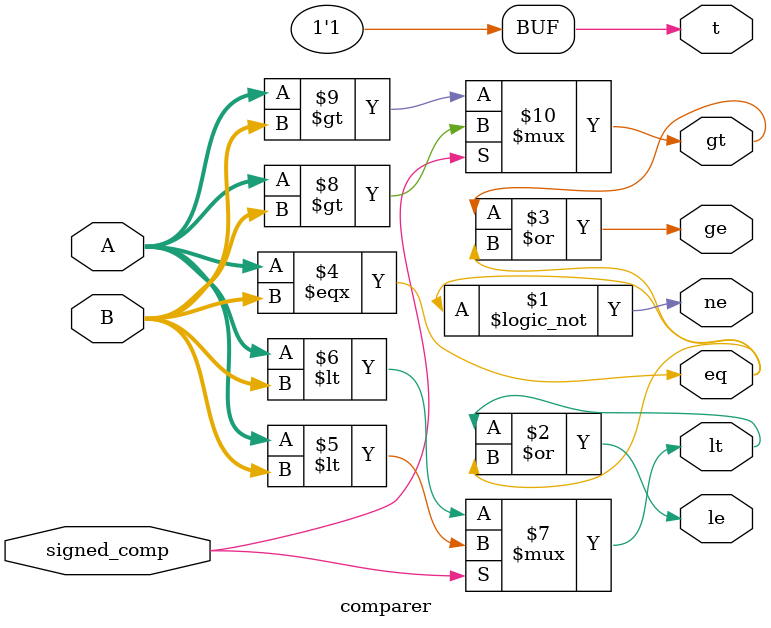
<source format=v>
`timescale 1ns / 1ps
module comparer(A, B, signed_comp, ne, lt, le, eq, ge, gt, t);
input[31:0] A;
input[31:0] B;
input signed_comp;
output ne;
output lt;
output le;
output eq;
output ge;
output gt;
output t;
	assign ne = !eq;
	assign le = lt | eq;
	assign ge = gt | eq;
	assign eq = (A === B);
	assign lt = (signed_comp) ? ($signed(A) < $signed(B)) : (A < B);
	assign gt = (signed_comp) ? ($signed(A) > $signed(B)) : (A > B);
	assign t = 1;
endmodule

</source>
